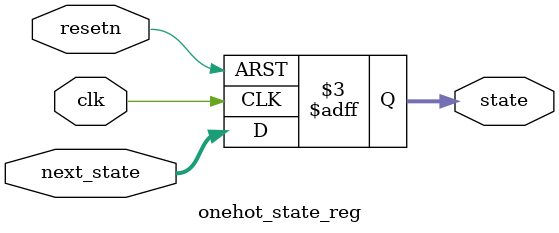
<source format=v>
module onehot_state_reg (
    input clk,
    input resetn,
    input [3:0] next_state,
    output reg [3:0] state
);

always @(posedge clk or negedge resetn) begin
    if (!resetn) state <= 4'b0001;
    else state <= next_state;
end

endmodule

</source>
